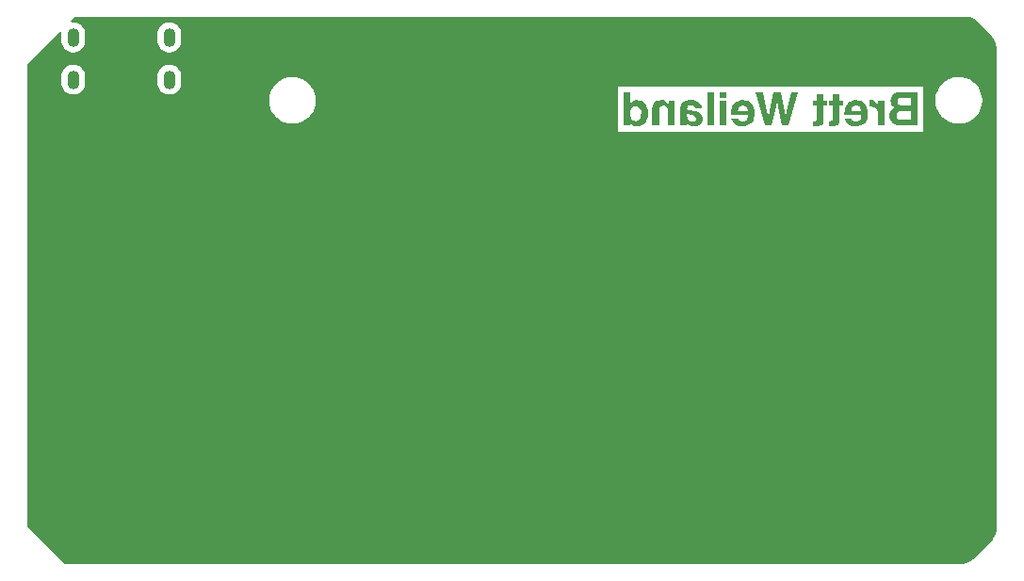
<source format=gbl>
%TF.GenerationSoftware,KiCad,Pcbnew,9.0.0*%
%TF.CreationDate,2025-03-23T23:43:44-05:00*%
%TF.ProjectId,stm32card,73746d33-3263-4617-9264-2e6b69636164,rev?*%
%TF.SameCoordinates,Original*%
%TF.FileFunction,Copper,L2,Bot*%
%TF.FilePolarity,Positive*%
%FSLAX46Y46*%
G04 Gerber Fmt 4.6, Leading zero omitted, Abs format (unit mm)*
G04 Created by KiCad (PCBNEW 9.0.0) date 2025-03-23 23:43:44*
%MOMM*%
%LPD*%
G01*
G04 APERTURE LIST*
%ADD10C,0.200000*%
%TA.AperFunction,ComponentPad*%
%ADD11O,1.100000X1.700000*%
%TD*%
%TA.AperFunction,ViaPad*%
%ADD12C,0.600000*%
%TD*%
%TA.AperFunction,ViaPad*%
%ADD13C,1.000000*%
%TD*%
G04 APERTURE END LIST*
D10*
G36*
X213619333Y-92270705D02*
G01*
X212250413Y-92270705D01*
X212023575Y-92260135D01*
X211821034Y-92229855D01*
X211634163Y-92170521D01*
X211477751Y-92078363D01*
X211359708Y-91971345D01*
X211262512Y-91841142D01*
X211187838Y-91694214D01*
X211142737Y-91534985D01*
X211127324Y-91360289D01*
X211130436Y-91322554D01*
X211764614Y-91322554D01*
X211778905Y-91459025D01*
X211818016Y-91563128D01*
X211879502Y-91642460D01*
X211965382Y-91701374D01*
X212088427Y-91739735D01*
X212274960Y-91754864D01*
X213016847Y-91754864D01*
X213016847Y-90945931D01*
X212264702Y-90945931D01*
X212079947Y-90961569D01*
X211959337Y-90997405D01*
X211874093Y-91050951D01*
X211814701Y-91120608D01*
X211777855Y-91209199D01*
X211764614Y-91322554D01*
X211130436Y-91322554D01*
X211141320Y-91190562D01*
X211181188Y-91044713D01*
X211245293Y-90918454D01*
X211334643Y-90809722D01*
X211449641Y-90721289D01*
X211594621Y-90652474D01*
X211456480Y-90566392D01*
X211365094Y-90479550D01*
X211289929Y-90359797D01*
X211242624Y-90213143D01*
X211231499Y-90094501D01*
X211828179Y-90094501D01*
X211843751Y-90217536D01*
X211885674Y-90304646D01*
X211952193Y-90365427D01*
X212038178Y-90406127D01*
X212144242Y-90432341D01*
X212274960Y-90441814D01*
X213016847Y-90441814D01*
X213016847Y-89761842D01*
X212352812Y-89761842D01*
X212143894Y-89775141D01*
X211992127Y-89810019D01*
X211902689Y-89870566D01*
X211848263Y-89961633D01*
X211828179Y-90094501D01*
X211231499Y-90094501D01*
X211225693Y-90032585D01*
X211241937Y-89857348D01*
X211288701Y-89704379D01*
X211365094Y-89569318D01*
X211463933Y-89461402D01*
X211587120Y-89374568D01*
X211738784Y-89308317D01*
X211924718Y-89264264D01*
X212152045Y-89246001D01*
X213619333Y-89246001D01*
X213619333Y-92270705D01*
G37*
G36*
X209432889Y-89972868D02*
G01*
X209405412Y-89972868D01*
X209355037Y-89972868D01*
X209355037Y-90570774D01*
X209453405Y-90570774D01*
X209523015Y-90570774D01*
X209696953Y-90587649D01*
X209827714Y-90633361D01*
X209925465Y-90704074D01*
X209996540Y-90801034D01*
X210030818Y-90890614D01*
X210054868Y-91019576D01*
X210064135Y-91199822D01*
X210064135Y-92270705D01*
X210652332Y-92270705D01*
X210652332Y-90031486D01*
X210094909Y-90031486D01*
X210094909Y-90421114D01*
X209957642Y-90216824D01*
X209859154Y-90111903D01*
X209742770Y-90036491D01*
X209602744Y-89989535D01*
X209432889Y-89972868D01*
G37*
G36*
X208362092Y-89993341D02*
G01*
X208562502Y-90052172D01*
X208739088Y-90147920D01*
X208895799Y-90282446D01*
X209018790Y-90444636D01*
X209110258Y-90641878D01*
X209168790Y-90881387D01*
X209189806Y-91172344D01*
X209174170Y-91427066D01*
X209130759Y-91637052D01*
X209063537Y-91809719D01*
X208974580Y-91951246D01*
X208863925Y-92066273D01*
X208693376Y-92187269D01*
X208512949Y-92272353D01*
X208320163Y-92323611D01*
X208111779Y-92341046D01*
X207904787Y-92326698D01*
X207724762Y-92285798D01*
X207567483Y-92220417D01*
X207429541Y-92131022D01*
X207308526Y-92016448D01*
X207198426Y-91872951D01*
X207131938Y-91739946D01*
X207101530Y-91614180D01*
X207697971Y-91614180D01*
X207750630Y-91705204D01*
X207806598Y-91768969D01*
X207887123Y-91825193D01*
X207983330Y-91859859D01*
X208099506Y-91872100D01*
X208210249Y-91862117D01*
X208306341Y-91833479D01*
X208390583Y-91786920D01*
X208474071Y-91710836D01*
X208537679Y-91610077D01*
X208581271Y-91478943D01*
X208601608Y-91309365D01*
X207072770Y-91309365D01*
X207076134Y-91037744D01*
X207086374Y-90922484D01*
X207679470Y-90922484D01*
X208587320Y-90922484D01*
X208557152Y-90782510D01*
X208509890Y-90669960D01*
X208447003Y-90579933D01*
X208364785Y-90511157D01*
X208261961Y-90468703D01*
X208132296Y-90453538D01*
X208012738Y-90467260D01*
X207909844Y-90506909D01*
X207819787Y-90572789D01*
X207750829Y-90660053D01*
X207703342Y-90774141D01*
X207679470Y-90922484D01*
X207086374Y-90922484D01*
X207091272Y-90867346D01*
X207128432Y-90696543D01*
X207185323Y-90543822D01*
X207261448Y-90406826D01*
X207368983Y-90268109D01*
X207491493Y-90159256D01*
X207630377Y-90077282D01*
X207782426Y-90020132D01*
X207948897Y-89984984D01*
X208132296Y-89972868D01*
X208362092Y-89993341D01*
G37*
G36*
X206910105Y-90465261D02*
G01*
X206910105Y-90054933D01*
X206598695Y-90054933D01*
X206598695Y-89421856D01*
X206020755Y-89421856D01*
X206020755Y-90054933D01*
X205657872Y-90054933D01*
X205657872Y-90465261D01*
X206020755Y-90465261D01*
X206020755Y-91653930D01*
X206009434Y-91777784D01*
X205985951Y-91826305D01*
X205932274Y-91848709D01*
X205772727Y-91860377D01*
X205716307Y-91857446D01*
X205657872Y-91848653D01*
X205657872Y-92282428D01*
X205934660Y-92305875D01*
X206149436Y-92299948D01*
X206307086Y-92270301D01*
X206420574Y-92223031D01*
X206500326Y-92161345D01*
X206552084Y-92087795D01*
X206586023Y-91986911D01*
X206598695Y-91849935D01*
X206598695Y-90465261D01*
X206910105Y-90465261D01*
G37*
G36*
X205512059Y-90465261D02*
G01*
X205512059Y-90054933D01*
X205200649Y-90054933D01*
X205200649Y-89421856D01*
X204622709Y-89421856D01*
X204622709Y-90054933D01*
X204259825Y-90054933D01*
X204259825Y-90465261D01*
X204622709Y-90465261D01*
X204622709Y-91653930D01*
X204611388Y-91777784D01*
X204587905Y-91826305D01*
X204534228Y-91848709D01*
X204374681Y-91860377D01*
X204318261Y-91857446D01*
X204259825Y-91848653D01*
X204259825Y-92282428D01*
X204536614Y-92305875D01*
X204751390Y-92299948D01*
X204909040Y-92270301D01*
X205022527Y-92223031D01*
X205102280Y-92161345D01*
X205154038Y-92087795D01*
X205187977Y-91986911D01*
X205200649Y-91849935D01*
X205200649Y-90465261D01*
X205512059Y-90465261D01*
G37*
G36*
X202258927Y-89246001D02*
G01*
X201859224Y-90977988D01*
X201773311Y-91460124D01*
X201685201Y-90988246D01*
X201344848Y-89246001D01*
X200678798Y-89246001D01*
X200320310Y-90977988D01*
X200227987Y-91460124D01*
X200135846Y-90996306D01*
X199732113Y-89246001D01*
X199090609Y-89246001D01*
X199941123Y-92270705D01*
X200543609Y-92270705D01*
X200908325Y-90501898D01*
X201014937Y-89916997D01*
X201121549Y-90501898D01*
X201486265Y-92270705D01*
X202072448Y-92270705D01*
X202929007Y-89246001D01*
X202258927Y-89246001D01*
G37*
G36*
X198177165Y-89993341D02*
G01*
X198377575Y-90052172D01*
X198554161Y-90147920D01*
X198710872Y-90282446D01*
X198833864Y-90444636D01*
X198925331Y-90641878D01*
X198983863Y-90881387D01*
X199004880Y-91172344D01*
X198989244Y-91427066D01*
X198945833Y-91637052D01*
X198878611Y-91809719D01*
X198789653Y-91951246D01*
X198678999Y-92066273D01*
X198508450Y-92187269D01*
X198328022Y-92272353D01*
X198135236Y-92323611D01*
X197926853Y-92341046D01*
X197719860Y-92326698D01*
X197539835Y-92285798D01*
X197382556Y-92220417D01*
X197244614Y-92131022D01*
X197123599Y-92016448D01*
X197013499Y-91872951D01*
X196947011Y-91739946D01*
X196916603Y-91614180D01*
X197513044Y-91614180D01*
X197565703Y-91705204D01*
X197621671Y-91768969D01*
X197702196Y-91825193D01*
X197798403Y-91859859D01*
X197914579Y-91872100D01*
X198025322Y-91862117D01*
X198121414Y-91833479D01*
X198205656Y-91786920D01*
X198289145Y-91710836D01*
X198352752Y-91610077D01*
X198396344Y-91478943D01*
X198416682Y-91309365D01*
X196887844Y-91309365D01*
X196891208Y-91037744D01*
X196901447Y-90922484D01*
X197494543Y-90922484D01*
X198402393Y-90922484D01*
X198372225Y-90782510D01*
X198324963Y-90669960D01*
X198262076Y-90579933D01*
X198179858Y-90511157D01*
X198077034Y-90468703D01*
X197947369Y-90453538D01*
X197827811Y-90467260D01*
X197724917Y-90506909D01*
X197634860Y-90572789D01*
X197565902Y-90660053D01*
X197518416Y-90774141D01*
X197494543Y-90922484D01*
X196901447Y-90922484D01*
X196906345Y-90867346D01*
X196943506Y-90696543D01*
X197000396Y-90543822D01*
X197076521Y-90406826D01*
X197184056Y-90268109D01*
X197306566Y-90159256D01*
X197445450Y-90077282D01*
X197597500Y-90020132D01*
X197763970Y-89984984D01*
X197947369Y-89972868D01*
X198177165Y-89993341D01*
G37*
G36*
X195895180Y-89773566D02*
G01*
X196487407Y-89773566D01*
X196487407Y-89246001D01*
X195895180Y-89246001D01*
X195895180Y-89773566D01*
G37*
G36*
X196487407Y-90031486D02*
G01*
X195895180Y-90031486D01*
X195895180Y-92270705D01*
X196487407Y-92270705D01*
X196487407Y-90031486D01*
G37*
G36*
X194732706Y-92270705D02*
G01*
X195316874Y-92270705D01*
X195316874Y-89246001D01*
X194732706Y-89246001D01*
X194732706Y-92270705D01*
G37*
G36*
X193516265Y-89987225D02*
G01*
X193705324Y-90026817D01*
X193858133Y-90087679D01*
X193980988Y-90167716D01*
X194078562Y-90266875D01*
X194159212Y-90398906D01*
X194214484Y-90556941D01*
X194242510Y-90746629D01*
X193679042Y-90746629D01*
X193646725Y-90628056D01*
X193596977Y-90543480D01*
X193532232Y-90490307D01*
X193438148Y-90455155D01*
X193304068Y-90441814D01*
X193132188Y-90456869D01*
X193024349Y-90494387D01*
X192972718Y-90537195D01*
X192940713Y-90598520D01*
X192928911Y-90685080D01*
X192942235Y-90752852D01*
X192981828Y-90807462D01*
X193053841Y-90852142D01*
X193135637Y-90878003D01*
X193285567Y-90903799D01*
X193484320Y-90928529D01*
X193709282Y-90967788D01*
X193876138Y-91016944D01*
X193996680Y-91072877D01*
X194110715Y-91155974D01*
X194197832Y-91254879D01*
X194260880Y-91371442D01*
X194300349Y-91509185D01*
X194314318Y-91672981D01*
X194300712Y-91830700D01*
X194262354Y-91962542D01*
X194201174Y-92073417D01*
X194116664Y-92166840D01*
X193976008Y-92262138D01*
X193811127Y-92320559D01*
X193615478Y-92341046D01*
X193459894Y-92328599D01*
X193318670Y-92292337D01*
X193189213Y-92232786D01*
X193040128Y-92130957D01*
X192910410Y-92010403D01*
X192894107Y-92144675D01*
X192857287Y-92270705D01*
X192221828Y-92270705D01*
X192221828Y-92200363D01*
X192273326Y-92167659D01*
X192308107Y-92129471D01*
X192329072Y-92075992D01*
X192342912Y-91965889D01*
X192346942Y-91705404D01*
X192346942Y-91397292D01*
X192930926Y-91397292D01*
X192945901Y-91546778D01*
X192980208Y-91659903D01*
X193030462Y-91744612D01*
X193095973Y-91806704D01*
X193206125Y-91869520D01*
X193321132Y-91906562D01*
X193443287Y-91918995D01*
X193554541Y-91901642D01*
X193645153Y-91851401D01*
X193689211Y-91800451D01*
X193717579Y-91729629D01*
X193728135Y-91632132D01*
X193712373Y-91526191D01*
X193667826Y-91444358D01*
X193592947Y-91380623D01*
X193498811Y-91340175D01*
X193328615Y-91299473D01*
X193197456Y-91274560D01*
X193042667Y-91234077D01*
X192930926Y-91176924D01*
X192930926Y-91397292D01*
X192346942Y-91397292D01*
X192346942Y-90672257D01*
X192367323Y-90473096D01*
X192423044Y-90321083D01*
X192510377Y-90205228D01*
X192631790Y-90119047D01*
X192826549Y-90039167D01*
X193042432Y-89989917D01*
X193283369Y-89972868D01*
X193516265Y-89987225D01*
G37*
G36*
X190591874Y-89972868D02*
G01*
X190367256Y-89994407D01*
X190181000Y-90055174D01*
X190025291Y-90152753D01*
X189934468Y-90249844D01*
X189866095Y-90377295D01*
X189821371Y-90542565D01*
X189804923Y-90755605D01*
X189804923Y-92270705D01*
X190403379Y-92270705D01*
X190403379Y-90900136D01*
X190416822Y-90733684D01*
X190450457Y-90627194D01*
X190501654Y-90552882D01*
X190570417Y-90499695D01*
X190660479Y-90465884D01*
X190778353Y-90453538D01*
X190919887Y-90470629D01*
X191030853Y-90518357D01*
X191118505Y-90595789D01*
X191186116Y-90707795D01*
X191227745Y-90852848D01*
X191243452Y-91051078D01*
X191243452Y-92270705D01*
X191825605Y-92270705D01*
X191825605Y-90031486D01*
X191261954Y-90031486D01*
X191261954Y-90352604D01*
X191145471Y-90198058D01*
X191048913Y-90106957D01*
X190922372Y-90034347D01*
X190771945Y-89988954D01*
X190591874Y-89972868D01*
G37*
G36*
X187824358Y-90312671D02*
G01*
X187938090Y-90170009D01*
X188080630Y-90062993D01*
X188188975Y-90013556D01*
X188308368Y-89983300D01*
X188441132Y-89972868D01*
X188654658Y-89994356D01*
X188839573Y-90056210D01*
X189001844Y-90157715D01*
X189145284Y-90302412D01*
X189255200Y-90472169D01*
X189337298Y-90674979D01*
X189389768Y-90917164D01*
X189408517Y-91206416D01*
X189390354Y-91453878D01*
X189338511Y-91669119D01*
X189255364Y-91857397D01*
X189141071Y-92022859D01*
X188996038Y-92164897D01*
X188840020Y-92262750D01*
X188670207Y-92321146D01*
X188482165Y-92341046D01*
X188325753Y-92330287D01*
X188194675Y-92300127D01*
X188084660Y-92252753D01*
X187985651Y-92185164D01*
X187890840Y-92092269D01*
X187799811Y-91969919D01*
X187799811Y-92270705D01*
X187232130Y-92270705D01*
X187232130Y-91190113D01*
X187808055Y-91190113D01*
X187823852Y-91384248D01*
X187867901Y-91543207D01*
X187937198Y-91673714D01*
X188008989Y-91755203D01*
X188093788Y-91812599D01*
X188194129Y-91847936D01*
X188314187Y-91860377D01*
X188434284Y-91847765D01*
X188533272Y-91812123D01*
X188615685Y-91754442D01*
X188684215Y-91672615D01*
X188748872Y-91541856D01*
X188790780Y-91377498D01*
X188806031Y-91171429D01*
X188791559Y-90980895D01*
X188750801Y-90820481D01*
X188686230Y-90684897D01*
X188618097Y-90599414D01*
X188534979Y-90539210D01*
X188433997Y-90501942D01*
X188310157Y-90488709D01*
X188202113Y-90500837D01*
X188104652Y-90536503D01*
X188015051Y-90596603D01*
X187930112Y-90692177D01*
X187865801Y-90817653D01*
X187823595Y-90980415D01*
X187808055Y-91190113D01*
X187232130Y-91190113D01*
X187232130Y-89246001D01*
X187824358Y-89246001D01*
X187824358Y-90312671D01*
G37*
D11*
%TO.P,J1,SH1*%
%TO.N,N/C*%
X146394466Y-88130000D03*
%TO.P,J1,SH2*%
X146394466Y-84330000D03*
%TO.P,J1,SH3*%
X137754466Y-88130000D03*
%TO.P,J1,SH4*%
X137754466Y-84330000D03*
%TD*%
D12*
%TO.N,GND*%
X158325688Y-103383231D03*
X174846241Y-121979062D03*
X176199643Y-104035534D03*
X165117727Y-126518684D03*
X169057760Y-124580880D03*
D13*
X174303529Y-85365581D03*
X187403529Y-85365581D03*
D12*
X156828555Y-119787400D03*
X177516540Y-116398550D03*
X176199643Y-102635534D03*
X182290644Y-120535261D03*
X147752869Y-98349097D03*
X148773765Y-94828363D03*
X144950255Y-94780685D03*
D13*
X187403529Y-94998815D03*
X200503529Y-85365581D03*
D12*
X168508983Y-129935313D03*
X142831133Y-92805534D03*
X182194361Y-122410210D03*
X176171148Y-106135534D03*
X153493954Y-99131767D03*
X182306799Y-118016635D03*
X160238628Y-106860065D03*
X144824466Y-89555534D03*
X141331133Y-92805534D03*
D13*
X174303529Y-94998815D03*
D12*
X173978553Y-125380962D03*
X156851445Y-121286002D03*
D13*
X200503529Y-94998815D03*
D12*
X139331133Y-89555534D03*
X165338703Y-118240907D03*
X181015522Y-123111621D03*
X176964712Y-128478655D03*
X170163611Y-115257278D03*
%TD*%
%TA.AperFunction,Conductor*%
%TO.N,GND*%
G36*
X218536610Y-82546383D02*
G01*
X218579464Y-82568692D01*
X218709416Y-82636340D01*
X218718783Y-82641748D01*
X218753973Y-82664166D01*
X218775030Y-82681066D01*
X220318935Y-84224971D01*
X220335832Y-84246023D01*
X220358255Y-84281222D01*
X220363647Y-84290560D01*
X220490549Y-84534337D01*
X220539908Y-84629155D01*
X220544479Y-84638959D01*
X220690548Y-84991603D01*
X220694248Y-85001768D01*
X220708272Y-85046247D01*
X220714011Y-85083534D01*
X220714011Y-128787459D01*
X220708271Y-128824748D01*
X220694232Y-128869272D01*
X220690533Y-128879437D01*
X220544459Y-129232084D01*
X220539887Y-129241888D01*
X220419726Y-129472709D01*
X220397418Y-129503132D01*
X218632129Y-131268421D01*
X218601704Y-131290730D01*
X218370825Y-131410917D01*
X218361033Y-131415483D01*
X218008384Y-131561552D01*
X217998219Y-131565251D01*
X217689606Y-131662555D01*
X217652319Y-131668294D01*
X137003620Y-131668294D01*
X136936581Y-131648609D01*
X136915939Y-131631975D01*
X133703553Y-128419589D01*
X133670068Y-128358266D01*
X133667234Y-128331908D01*
X133667234Y-92846534D01*
X186726630Y-92846534D01*
X214124833Y-92846534D01*
X214124833Y-89864712D01*
X215253029Y-89864712D01*
X215253029Y-90140047D01*
X215253030Y-90140064D01*
X215288967Y-90413035D01*
X215288968Y-90413040D01*
X215288969Y-90413046D01*
X215288970Y-90413048D01*
X215360233Y-90679010D01*
X215465604Y-90933397D01*
X215465609Y-90933408D01*
X215548390Y-91076787D01*
X215603280Y-91171859D01*
X215603282Y-91171862D01*
X215603283Y-91171863D01*
X215770899Y-91390306D01*
X215770905Y-91390313D01*
X215965595Y-91585003D01*
X215965601Y-91585008D01*
X216184050Y-91752629D01*
X216337307Y-91841112D01*
X216422500Y-91890299D01*
X216422505Y-91890301D01*
X216422508Y-91890303D01*
X216676897Y-91995675D01*
X216942863Y-92066940D01*
X217215855Y-92102880D01*
X217215862Y-92102880D01*
X217491196Y-92102880D01*
X217491203Y-92102880D01*
X217764195Y-92066940D01*
X218030161Y-91995675D01*
X218284550Y-91890303D01*
X218523008Y-91752629D01*
X218741457Y-91585008D01*
X218936157Y-91390308D01*
X219103778Y-91171859D01*
X219241452Y-90933401D01*
X219346824Y-90679012D01*
X219418089Y-90413046D01*
X219454029Y-90140054D01*
X219454029Y-89864706D01*
X219418089Y-89591714D01*
X219346824Y-89325748D01*
X219241452Y-89071359D01*
X219241450Y-89071356D01*
X219241448Y-89071351D01*
X219158450Y-88927596D01*
X219103778Y-88832901D01*
X218936157Y-88614452D01*
X218936152Y-88614446D01*
X218741462Y-88419756D01*
X218741455Y-88419750D01*
X218523012Y-88252134D01*
X218523011Y-88252133D01*
X218523008Y-88252131D01*
X218427936Y-88197241D01*
X218284557Y-88114460D01*
X218284546Y-88114455D01*
X218030159Y-88009084D01*
X217897178Y-87973452D01*
X217764195Y-87937820D01*
X217764189Y-87937819D01*
X217764184Y-87937818D01*
X217491213Y-87901881D01*
X217491208Y-87901880D01*
X217491203Y-87901880D01*
X217215855Y-87901880D01*
X217215849Y-87901880D01*
X217215844Y-87901881D01*
X216942873Y-87937818D01*
X216942866Y-87937819D01*
X216942863Y-87937820D01*
X216886654Y-87952880D01*
X216676898Y-88009084D01*
X216422511Y-88114455D01*
X216422500Y-88114460D01*
X216184045Y-88252134D01*
X215965602Y-88419750D01*
X215965595Y-88419756D01*
X215770905Y-88614446D01*
X215770899Y-88614453D01*
X215603283Y-88832896D01*
X215465609Y-89071351D01*
X215465604Y-89071362D01*
X215360233Y-89325749D01*
X215288970Y-89591711D01*
X215288967Y-89591724D01*
X215253030Y-89864695D01*
X215253029Y-89864712D01*
X214124833Y-89864712D01*
X214124833Y-88740501D01*
X186726630Y-88740501D01*
X186726630Y-92846534D01*
X133667234Y-92846534D01*
X133667234Y-89864712D01*
X155353029Y-89864712D01*
X155353029Y-90140047D01*
X155353030Y-90140064D01*
X155388967Y-90413035D01*
X155388968Y-90413040D01*
X155388969Y-90413046D01*
X155388970Y-90413048D01*
X155460233Y-90679010D01*
X155565604Y-90933397D01*
X155565609Y-90933408D01*
X155648390Y-91076787D01*
X155703280Y-91171859D01*
X155703282Y-91171862D01*
X155703283Y-91171863D01*
X155870899Y-91390306D01*
X155870905Y-91390313D01*
X156065595Y-91585003D01*
X156065601Y-91585008D01*
X156284050Y-91752629D01*
X156437307Y-91841112D01*
X156522500Y-91890299D01*
X156522505Y-91890301D01*
X156522508Y-91890303D01*
X156776897Y-91995675D01*
X157042863Y-92066940D01*
X157315855Y-92102880D01*
X157315862Y-92102880D01*
X157591196Y-92102880D01*
X157591203Y-92102880D01*
X157864195Y-92066940D01*
X158130161Y-91995675D01*
X158384550Y-91890303D01*
X158623008Y-91752629D01*
X158841457Y-91585008D01*
X159036157Y-91390308D01*
X159203778Y-91171859D01*
X159341452Y-90933401D01*
X159446824Y-90679012D01*
X159518089Y-90413046D01*
X159554029Y-90140054D01*
X159554029Y-89864706D01*
X159518089Y-89591714D01*
X159446824Y-89325748D01*
X159341452Y-89071359D01*
X159341450Y-89071356D01*
X159341448Y-89071351D01*
X159258450Y-88927596D01*
X159203778Y-88832901D01*
X159194537Y-88820858D01*
X159151389Y-88764625D01*
X159036158Y-88614453D01*
X159036152Y-88614446D01*
X158841462Y-88419756D01*
X158841455Y-88419750D01*
X158623012Y-88252134D01*
X158623011Y-88252133D01*
X158623008Y-88252131D01*
X158527936Y-88197241D01*
X158384557Y-88114460D01*
X158384546Y-88114455D01*
X158130159Y-88009084D01*
X157997178Y-87973452D01*
X157864195Y-87937820D01*
X157864189Y-87937819D01*
X157864184Y-87937818D01*
X157591213Y-87901881D01*
X157591208Y-87901880D01*
X157591203Y-87901880D01*
X157315855Y-87901880D01*
X157315849Y-87901880D01*
X157315844Y-87901881D01*
X157042873Y-87937818D01*
X157042866Y-87937819D01*
X157042863Y-87937820D01*
X156986654Y-87952880D01*
X156776898Y-88009084D01*
X156522511Y-88114455D01*
X156522500Y-88114460D01*
X156284045Y-88252134D01*
X156065602Y-88419750D01*
X156065595Y-88419756D01*
X155870905Y-88614446D01*
X155870899Y-88614453D01*
X155703283Y-88832896D01*
X155565609Y-89071351D01*
X155565604Y-89071362D01*
X155460233Y-89325749D01*
X155388970Y-89591711D01*
X155388967Y-89591724D01*
X155353030Y-89864695D01*
X155353029Y-89864712D01*
X133667234Y-89864712D01*
X133667234Y-87726530D01*
X136703966Y-87726530D01*
X136703966Y-88533469D01*
X136744334Y-88736412D01*
X136744336Y-88736420D01*
X136823524Y-88927596D01*
X136938490Y-89099657D01*
X137084808Y-89245975D01*
X137084811Y-89245977D01*
X137256868Y-89360941D01*
X137448046Y-89440130D01*
X137650996Y-89480499D01*
X137651000Y-89480500D01*
X137651001Y-89480500D01*
X137857932Y-89480500D01*
X137857933Y-89480499D01*
X138060886Y-89440130D01*
X138252064Y-89360941D01*
X138424121Y-89245977D01*
X138570443Y-89099655D01*
X138685407Y-88927598D01*
X138764596Y-88736420D01*
X138804966Y-88533465D01*
X138804966Y-87726535D01*
X138804965Y-87726530D01*
X145343966Y-87726530D01*
X145343966Y-88533469D01*
X145384334Y-88736412D01*
X145384336Y-88736420D01*
X145463524Y-88927596D01*
X145578490Y-89099657D01*
X145724808Y-89245975D01*
X145724811Y-89245977D01*
X145896868Y-89360941D01*
X146088046Y-89440130D01*
X146290996Y-89480499D01*
X146291000Y-89480500D01*
X146291001Y-89480500D01*
X146497932Y-89480500D01*
X146497933Y-89480499D01*
X146700886Y-89440130D01*
X146892064Y-89360941D01*
X147064121Y-89245977D01*
X147210443Y-89099655D01*
X147325407Y-88927598D01*
X147404596Y-88736420D01*
X147444966Y-88533465D01*
X147444966Y-87726535D01*
X147404596Y-87523580D01*
X147325407Y-87332402D01*
X147210443Y-87160345D01*
X147210441Y-87160342D01*
X147064123Y-87014024D01*
X146947398Y-86936032D01*
X146892064Y-86899059D01*
X146700886Y-86819870D01*
X146700878Y-86819868D01*
X146497935Y-86779500D01*
X146497931Y-86779500D01*
X146291001Y-86779500D01*
X146290996Y-86779500D01*
X146088053Y-86819868D01*
X146088045Y-86819870D01*
X145896869Y-86899058D01*
X145724808Y-87014024D01*
X145578490Y-87160342D01*
X145463524Y-87332403D01*
X145384336Y-87523579D01*
X145384334Y-87523587D01*
X145343966Y-87726530D01*
X138804965Y-87726530D01*
X138764596Y-87523580D01*
X138685407Y-87332402D01*
X138570443Y-87160345D01*
X138570441Y-87160342D01*
X138424123Y-87014024D01*
X138307398Y-86936032D01*
X138252064Y-86899059D01*
X138060886Y-86819870D01*
X138060878Y-86819868D01*
X137857935Y-86779500D01*
X137857931Y-86779500D01*
X137651001Y-86779500D01*
X137650996Y-86779500D01*
X137448053Y-86819868D01*
X137448045Y-86819870D01*
X137256869Y-86899058D01*
X137084808Y-87014024D01*
X136938490Y-87160342D01*
X136823524Y-87332403D01*
X136744336Y-87523579D01*
X136744334Y-87523587D01*
X136703966Y-87726530D01*
X133667234Y-87726530D01*
X133667234Y-86744679D01*
X133686919Y-86677640D01*
X133703548Y-86657003D01*
X136492287Y-83868264D01*
X136553608Y-83834781D01*
X136623300Y-83839765D01*
X136679233Y-83881637D01*
X136703650Y-83947101D01*
X136703966Y-83955947D01*
X136703966Y-84733469D01*
X136744334Y-84936412D01*
X136744336Y-84936420D01*
X136823524Y-85127596D01*
X136938490Y-85299657D01*
X137084808Y-85445975D01*
X137084811Y-85445977D01*
X137256868Y-85560941D01*
X137448046Y-85640130D01*
X137650996Y-85680499D01*
X137651000Y-85680500D01*
X137651001Y-85680500D01*
X137857932Y-85680500D01*
X137857933Y-85680499D01*
X138060886Y-85640130D01*
X138252064Y-85560941D01*
X138424121Y-85445977D01*
X138570443Y-85299655D01*
X138685407Y-85127598D01*
X138764596Y-84936420D01*
X138804966Y-84733465D01*
X138804966Y-83926535D01*
X138804965Y-83926530D01*
X145343966Y-83926530D01*
X145343966Y-84733469D01*
X145384334Y-84936412D01*
X145384336Y-84936420D01*
X145463524Y-85127596D01*
X145578490Y-85299657D01*
X145724808Y-85445975D01*
X145724811Y-85445977D01*
X145896868Y-85560941D01*
X146088046Y-85640130D01*
X146290996Y-85680499D01*
X146291000Y-85680500D01*
X146291001Y-85680500D01*
X146497932Y-85680500D01*
X146497933Y-85680499D01*
X146700886Y-85640130D01*
X146892064Y-85560941D01*
X147064121Y-85445977D01*
X147210443Y-85299655D01*
X147325407Y-85127598D01*
X147404596Y-84936420D01*
X147444966Y-84733465D01*
X147444966Y-83926535D01*
X147404596Y-83723580D01*
X147325407Y-83532402D01*
X147210443Y-83360345D01*
X147210441Y-83360342D01*
X147064123Y-83214024D01*
X146978092Y-83156541D01*
X146892064Y-83099059D01*
X146867072Y-83088707D01*
X146700886Y-83019870D01*
X146700878Y-83019868D01*
X146497935Y-82979500D01*
X146497931Y-82979500D01*
X146291001Y-82979500D01*
X146290996Y-82979500D01*
X146088053Y-83019868D01*
X146088045Y-83019870D01*
X145896869Y-83099058D01*
X145724808Y-83214024D01*
X145578490Y-83360342D01*
X145463524Y-83532403D01*
X145384336Y-83723579D01*
X145384334Y-83723587D01*
X145343966Y-83926530D01*
X138804965Y-83926530D01*
X138764596Y-83723580D01*
X138685407Y-83532402D01*
X138570443Y-83360345D01*
X138570441Y-83360342D01*
X138424123Y-83214024D01*
X138338092Y-83156541D01*
X138252064Y-83099059D01*
X138227072Y-83088707D01*
X138060886Y-83019870D01*
X138060878Y-83019868D01*
X137857935Y-82979500D01*
X137857931Y-82979500D01*
X137680414Y-82979500D01*
X137613375Y-82959815D01*
X137567620Y-82907011D01*
X137557676Y-82837853D01*
X137586701Y-82774297D01*
X137592733Y-82767819D01*
X137791860Y-82568692D01*
X137853183Y-82535207D01*
X137879541Y-82532373D01*
X218479354Y-82532373D01*
X218536610Y-82546383D01*
G37*
%TD.AperFunction*%
%TD*%
M02*

</source>
